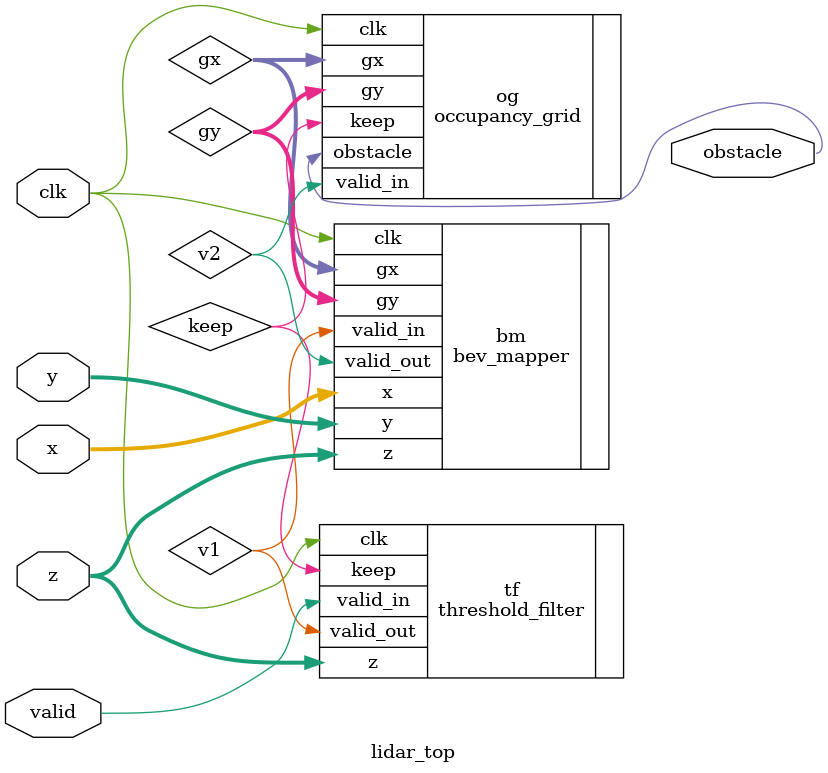
<source format=v>
module lidar_top (
    input  wire        clk,
    input  wire        valid,
    input  wire [15:0] x,
    input  wire [15:0] y,
    input  wire [15:0] z,
    output wire        obstacle
);

    wire v1, v2;
    wire keep;
    wire [7:0] gx, gy;

    threshold_filter tf (
        .clk(clk),
        .valid_in(valid),
        .z(z),
        .valid_out(v1),
        .keep(keep)
    );

    bev_mapper bm (
        .clk(clk),
        .valid_in(v1),
        .x(x),
        .y(y),
        .z(z),
        .valid_out(v2),
        .gx(gx),
        .gy(gy)
    );

    occupancy_grid og (
        .clk(clk),
        .valid_in(v2),
        .keep(keep),
        .gx(gx),
        .gy(gy),
        .obstacle(obstacle)
    );

endmodule

</source>
